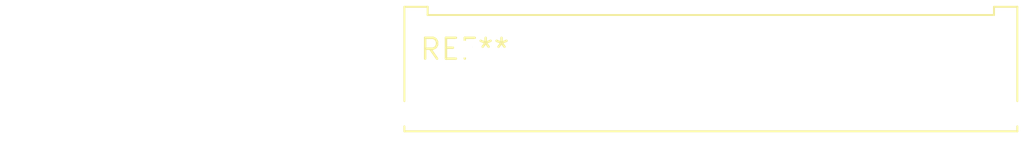
<source format=kicad_pcb>
(kicad_pcb (version 20240108) (generator pcbnew)
  (layers (0 "F.Cu" signal) (31 "B.Cu" signal) (34 "B.Paste" user) (35 "F.Paste" user) (36 "B.SilkS" user "B.Silkscreen") (37 "F.SilkS" user "F.Silkscreen") (38 "B.Mask" user) (39 "F.Mask" user) (44 "Edge.Cuts" user))
  (net 0 "")
  (footprint "Molex_Micro-Fit_3.0_43045-2212_2x11_P3.00mm_Vertical" (layer "F.Cu") (at 0 0)
    (property "Reference" "REF**")
    (property "Value" "Molex_Micro-Fit_3.0_43045-2212_2x11_P3.00mm_Vertical")
    (fp_line (start -3.685 -2.58) (end -2.265 -2.58) (layer "F.SilkS") (stroke (width 0.12)))
    (fp_line (start -3.685 3.17) (end -3.685 -2.58) (layer "F.SilkS") (stroke (width 0.12)))
    (fp_line (start -3.685 4.71) (end -3.685 5.01) (layer "F.SilkS") (stroke (width 0.12)))
    (fp_line (start -3.685 5.01) (end 33.685 5.01) (layer "F.SilkS") (stroke (width 0.12)))
    (fp_line (start -2.265 -2.58) (end -2.265 -2.08) (layer "F.SilkS") (stroke (width 0.12)))
    (fp_line (start -2.265 -2.08) (end 32.265 -2.08) (layer "F.SilkS") (stroke (width 0.12)))
    (fp_line (start 32.265 -2.58) (end 33.685 -2.58) (layer "F.SilkS") (stroke (width 0.12)))
    (fp_line (start 32.265 -2.08) (end 32.265 -2.58) (layer "F.SilkS") (stroke (width 0.12)))
    (fp_line (start 33.685 -2.58) (end 33.685 3.17) (layer "F.SilkS") (stroke (width 0.12)))
    (fp_line (start 33.685 5.01) (end 33.685 4.71) (layer "F.SilkS") (stroke (width 0.12)))
    (pad "" np_thru_hole circle (at -3 3.94) (size 1.02 1.02) (drill 1.02) (layers *.Cu *.Mask))
    (pad "" np_thru_hole circle (at 33 3.94) (size 1.02 1.02) (drill 1.02) (layers *.Cu *.Mask))
    (pad "1" thru_hole roundrect (at 0 0) (size 1.5 1.5) (drill 1.02) (layers *.Cu *.Mask) (remove_unused_layers) (roundrect_rratio 0.166667))
    (pad "2" thru_hole circle (at 3 0) (size 1.5 1.5) (drill 1.02) (layers *.Cu *.Mask) (remove_unused_layers))
    (pad "3" thru_hole circle (at 6 0) (size 1.5 1.5) (drill 1.02) (layers *.Cu *.Mask) (remove_unused_layers))
    (pad "4" thru_hole circle (at 9 0) (size 1.5 1.5) (drill 1.02) (layers *.Cu *.Mask) (remove_unused_layers))
    (pad "5" thru_hole circle (at 12 0) (size 1.5 1.5) (drill 1.02) (layers *.Cu *.Mask) (remove_unused_layers))
    (pad "6" thru_hole circle (at 15 0) (size 1.5 1.5) (drill 1.02) (layers *.Cu *.Mask) (remove_unused_layers))
    (pad "7" thru_hole circle (at 18 0) (size 1.5 1.5) (drill 1.02) (layers *.Cu *.Mask) (remove_unused_layers))
    (pad "8" thru_hole circle (at 21 0) (size 1.5 1.5) (drill 1.02) (layers *.Cu *.Mask) (remove_unused_layers))
    (pad "9" thru_hole circle (at 24 0) (size 1.5 1.5) (drill 1.02) (layers *.Cu *.Mask) (remove_unused_layers))
    (pad "10" thru_hole circle (at 27 0) (size 1.5 1.5) (drill 1.02) (layers *.Cu *.Mask) (remove_unused_layers))
    (pad "11" thru_hole circle (at 30 0) (size 1.5 1.5) (drill 1.02) (layers *.Cu *.Mask) (remove_unused_layers))
    (pad "12" thru_hole circle (at 0 3) (size 1.5 1.5) (drill 1.02) (layers *.Cu *.Mask) (remove_unused_layers))
    (pad "13" thru_hole circle (at 3 3) (size 1.5 1.5) (drill 1.02) (layers *.Cu *.Mask) (remove_unused_layers))
    (pad "14" thru_hole circle (at 6 3) (size 1.5 1.5) (drill 1.02) (layers *.Cu *.Mask) (remove_unused_layers))
    (pad "15" thru_hole circle (at 9 3) (size 1.5 1.5) (drill 1.02) (layers *.Cu *.Mask) (remove_unused_layers))
    (pad "16" thru_hole circle (at 12 3) (size 1.5 1.5) (drill 1.02) (layers *.Cu *.Mask) (remove_unused_layers))
    (pad "17" thru_hole circle (at 15 3) (size 1.5 1.5) (drill 1.02) (layers *.Cu *.Mask) (remove_unused_layers))
    (pad "18" thru_hole circle (at 18 3) (size 1.5 1.5) (drill 1.02) (layers *.Cu *.Mask) (remove_unused_layers))
    (pad "19" thru_hole circle (at 21 3) (size 1.5 1.5) (drill 1.02) (layers *.Cu *.Mask) (remove_unused_layers))
    (pad "20" thru_hole circle (at 24 3) (size 1.5 1.5) (drill 1.02) (layers *.Cu *.Mask) (remove_unused_layers))
    (pad "21" thru_hole circle (at 27 3) (size 1.5 1.5) (drill 1.02) (layers *.Cu *.Mask) (remove_unused_layers))
    (pad "22" thru_hole circle (at 30 3) (size 1.5 1.5) (drill 1.02) (layers *.Cu *.Mask) (remove_unused_layers))
  )
)
</source>
